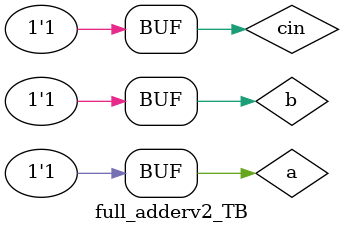
<source format=v>
module full_adderv2(cout,s,a,b,cin);
    input a,b,cin;
    output s,cout;
    wire x,y,z;

    xor(x,a,b);
    xor(s,x,cin);
    and(y,x,cin);
    and(z,a,b);
    or(cout,y,z);

endmodule

//test bench
module full_adderv2_TB();
    wire s,cout;
    reg a,b,cin;
    //instantiate
    full_adderv2 FAV2 (cout,s,a,b,cin);
    initial begin
        $dumpfile("FAV2TB.vcd");
        $dumpvars;
        a=0; b=0; cin=0; #10;
        a=0; b=0; cin=1; #10;
        a=0; b=1; cin=0; #10;
        a=0; b=1; cin=1; #10;
        a=1; b=0; cin=0; #10;
        a=1; b=0; cin=1; #10;
        a=1; b=1; cin=0; #10;
        a=1; b=1; cin=1; #10;
    end
endmodule
 


</source>
